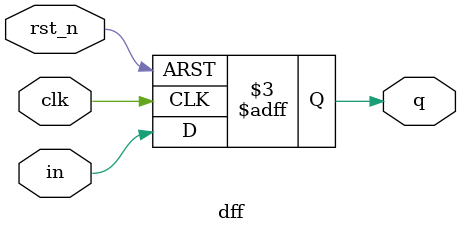
<source format=v>

module dff
(input clk,rst_n,
 input in,
 output reg q);

always @ (posedge clk, negedge rst_n)
begin 
	if (!rst_n)
	q <= 0;
	else
	q <= in;
end 

endmodule


</source>
